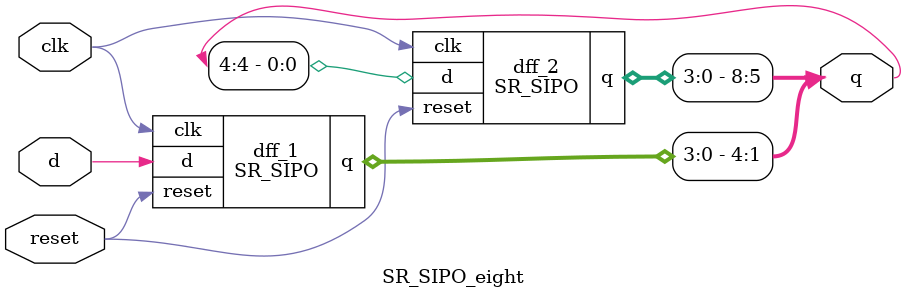
<source format=v>
`include "DFF.v"

module SR_SIPO(d,clk,reset,q);

input d, clk, reset;
output [4:1] q;

DFF dff_1(d, clk, reset, q[1]);
DFF dff_2(q[1], clk, reset, q[2]);
DFF dff_3(q[2], clk, reset, q[3]);
DFF dff_4(q[3], clk, reset, q[4]);

endmodule


module SR_SIPO_eight(d,clk,reset,q);

input d, clk, reset;
output [8:1] q;

SR_SIPO dff_1(d, clk, reset, q[4:1]);
SR_SIPO dff_2(q[4], clk, reset, q[8:5]);


endmodule
</source>
